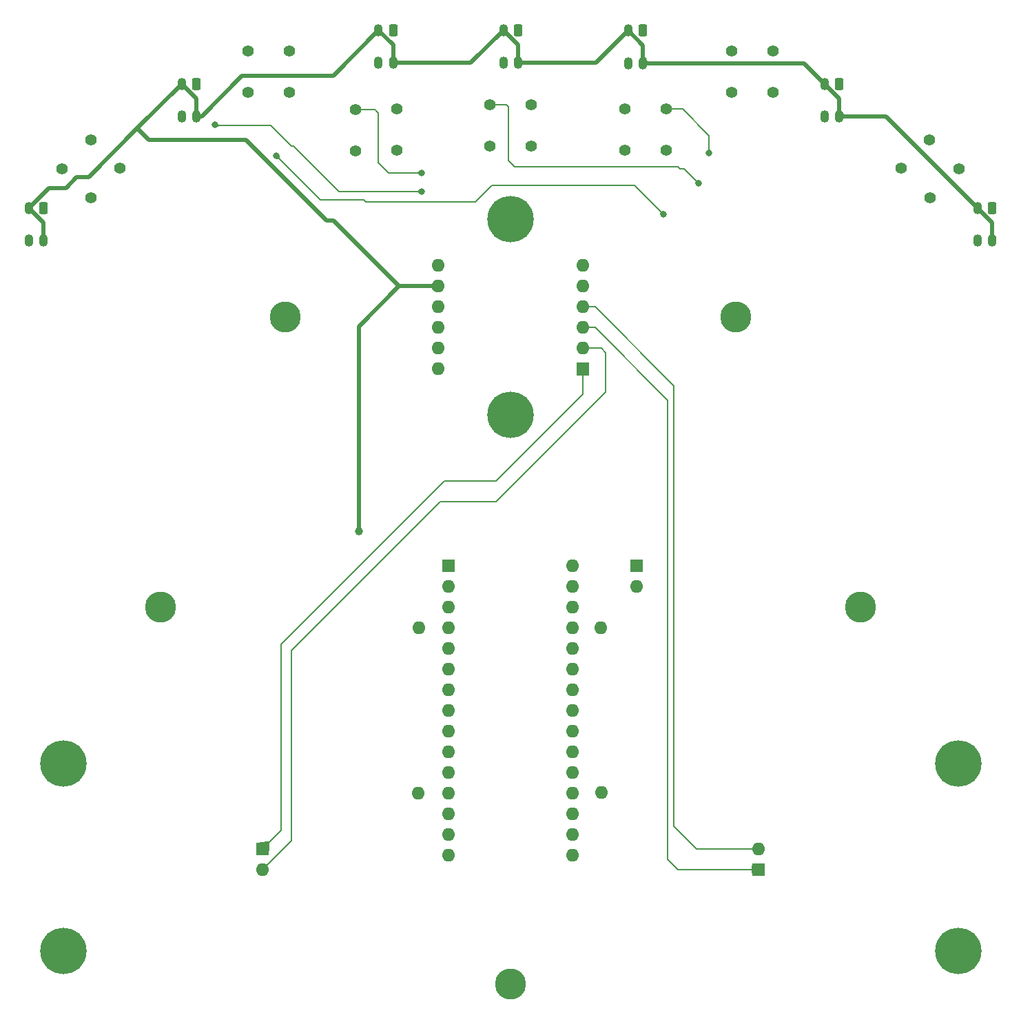
<source format=gbr>
%TF.GenerationSoftware,KiCad,Pcbnew,9.0.7*%
%TF.CreationDate,2026-02-10T22:33:51+01:00*%
%TF.ProjectId,LinefollowerMK1,4c696e65-666f-46c6-9c6f-7765724d4b31,rev?*%
%TF.SameCoordinates,Original*%
%TF.FileFunction,Copper,L2,Bot*%
%TF.FilePolarity,Positive*%
%FSLAX46Y46*%
G04 Gerber Fmt 4.6, Leading zero omitted, Abs format (unit mm)*
G04 Created by KiCad (PCBNEW 9.0.7) date 2026-02-10 22:33:51*
%MOMM*%
%LPD*%
G01*
G04 APERTURE LIST*
G04 Aperture macros list*
%AMRoundRect*
0 Rectangle with rounded corners*
0 $1 Rounding radius*
0 $2 $3 $4 $5 $6 $7 $8 $9 X,Y pos of 4 corners*
0 Add a 4 corners polygon primitive as box body*
4,1,4,$2,$3,$4,$5,$6,$7,$8,$9,$2,$3,0*
0 Add four circle primitives for the rounded corners*
1,1,$1+$1,$2,$3*
1,1,$1+$1,$4,$5*
1,1,$1+$1,$6,$7*
1,1,$1+$1,$8,$9*
0 Add four rect primitives between the rounded corners*
20,1,$1+$1,$2,$3,$4,$5,0*
20,1,$1+$1,$4,$5,$6,$7,0*
20,1,$1+$1,$6,$7,$8,$9,0*
20,1,$1+$1,$8,$9,$2,$3,0*%
G04 Aperture macros list end*
%TA.AperFunction,ComponentPad*%
%ADD10O,1.600000X1.600000*%
%TD*%
%TA.AperFunction,ComponentPad*%
%ADD11C,1.400000*%
%TD*%
%TA.AperFunction,ComponentPad*%
%ADD12C,3.800000*%
%TD*%
%TA.AperFunction,ComponentPad*%
%ADD13C,5.700000*%
%TD*%
%TA.AperFunction,ComponentPad*%
%ADD14R,1.600000X1.600000*%
%TD*%
%TA.AperFunction,ComponentPad*%
%ADD15RoundRect,0.275000X0.275000X0.475000X-0.275000X0.475000X-0.275000X-0.475000X0.275000X-0.475000X0*%
%TD*%
%TA.AperFunction,ComponentPad*%
%ADD16O,1.100000X1.500000*%
%TD*%
%TA.AperFunction,ViaPad*%
%ADD17C,1.000000*%
%TD*%
%TA.AperFunction,ViaPad*%
%ADD18C,0.800000*%
%TD*%
%TA.AperFunction,Conductor*%
%ADD19C,0.500000*%
%TD*%
%TA.AperFunction,Conductor*%
%ADD20C,0.200000*%
%TD*%
G04 APERTURE END LIST*
D10*
%TO.P,,4,GND*%
%TO.N,GND*%
X166522400Y-104902000D03*
%TD*%
%TO.P,,12,D9*%
%TO.N,unconnected-(A1-D9-Pad12)*%
X166420800Y-125222000D03*
%TD*%
D11*
%TO.P,R6,1*%
%TO.N,+5V*%
X158749999Y-46355000D03*
%TO.P,R6,2*%
%TO.N,/Analog5*%
X158749999Y-41275001D03*
%TD*%
D12*
%TO.P,,1*%
%TO.N,N/C*%
X134772400Y-102387400D03*
%TD*%
D13*
%TO.P,,1*%
%TO.N,N/C*%
X177800000Y-78740000D03*
%TD*%
D11*
%TO.P,R5,1*%
%TO.N,+5V*%
X163829999Y-46227999D03*
%TO.P,R5,2*%
%TO.N,Net-(U3-A)*%
X163829999Y-41148000D03*
%TD*%
D14*
%TO.P,REF\u002A\u002A,1*%
%TO.N,Net-(J2-Pin_1)*%
X147319999Y-132080000D03*
D10*
%TO.P,REF\u002A\u002A,2*%
%TO.N,Net-(J2-Pin_2)*%
X147319999Y-134620000D03*
%TD*%
D12*
%TO.P,,1*%
%TO.N,N/C*%
X177800000Y-148717000D03*
%TD*%
D10*
%TO.P,,27,+5V*%
%TO.N,+5V*%
X188925200Y-104902000D03*
%TD*%
D11*
%TO.P,R9,1*%
%TO.N,+5V*%
X191846199Y-46291499D03*
%TO.P,R9,2*%
%TO.N,Net-(U5-A)*%
X191846199Y-41211500D03*
%TD*%
D13*
%TO.P,,1*%
%TO.N,N/C*%
X122809000Y-144602200D03*
%TD*%
D11*
%TO.P,R4,1*%
%TO.N,+5V*%
X150621998Y-39116000D03*
%TO.P,R4,2*%
%TO.N,/Analog6*%
X145541999Y-39116000D03*
%TD*%
%TO.P,R3,1*%
%TO.N,+5V*%
X150621998Y-34036000D03*
%TO.P,R3,2*%
%TO.N,Net-(U2-A)*%
X145541999Y-34036000D03*
%TD*%
D10*
%TO.P,,19,A0*%
%TO.N,unconnected-(A1-A0-Pad19)*%
X188950600Y-125145800D03*
%TD*%
D12*
%TO.P,,1*%
%TO.N,N/C*%
X150088600Y-66725800D03*
%TD*%
D13*
%TO.P,,1*%
%TO.N,N/C*%
X177800000Y-54686200D03*
%TD*%
%TO.P,,1*%
%TO.N,N/C*%
X232816400Y-144602200D03*
%TD*%
%TO.P,,1*%
%TO.N,N/C*%
X232816400Y-121615200D03*
%TD*%
D12*
%TO.P,,1*%
%TO.N,N/C*%
X205511400Y-66751200D03*
%TD*%
D11*
%TO.P,R2,1*%
%TO.N,+5V*%
X129830101Y-48477898D03*
%TO.P,R2,2*%
%TO.N,/Analog7*%
X126237999Y-52070000D03*
%TD*%
%TO.P,R13,1*%
%TO.N,+5V*%
X229311199Y-44958000D03*
%TO.P,R13,2*%
%TO.N,Net-(U7-A)*%
X232903301Y-48550102D03*
%TD*%
%TO.P,R11,1*%
%TO.N,+5V*%
X204977999Y-34036000D03*
%TO.P,R11,2*%
%TO.N,Net-(U6-A)*%
X210057999Y-34036000D03*
%TD*%
D14*
%TO.P,REF\u002A\u002A,1*%
%TO.N,+9V*%
X193293999Y-97282000D03*
D10*
%TO.P,REF\u002A\u002A,2*%
%TO.N,Earth*%
X193293999Y-99822000D03*
%TD*%
D14*
%TO.P,A1,1,D1/TX*%
%TO.N,unconnected-(A1-D1{slash}TX-Pad1)*%
X170190000Y-97282000D03*
D10*
%TO.P,A1,2,D0/RX*%
%TO.N,unconnected-(A1-D0{slash}RX-Pad2)*%
X170190000Y-99822000D03*
%TO.P,A1,3,~{RESET}*%
%TO.N,unconnected-(A1-~{RESET}-Pad3)*%
X170190000Y-102362000D03*
%TO.P,A1,4,GND*%
%TO.N,GND*%
X170190000Y-104902000D03*
%TO.P,A1,5,D2*%
%TO.N,unconnected-(A1-D2-Pad5)*%
X170190000Y-107442000D03*
%TO.P,A1,6,D3*%
%TO.N,unconnected-(A1-D3-Pad6)*%
X170190000Y-109982000D03*
%TO.P,A1,7,D4*%
%TO.N,unconnected-(A1-D4-Pad7)*%
X170190000Y-112522000D03*
%TO.P,A1,8,D5*%
%TO.N,unconnected-(A1-D5-Pad8)*%
X170190000Y-115062000D03*
%TO.P,A1,9,D6*%
%TO.N,Net-(A1-D6)*%
X170190000Y-117602000D03*
%TO.P,A1,10,D7*%
%TO.N,Net-(A1-D7)*%
X170190000Y-120142000D03*
%TO.P,A1,11,D8*%
%TO.N,unconnected-(A1-D8-Pad11)*%
X170190000Y-122682000D03*
%TO.P,A1,12,D9*%
%TO.N,unconnected-(A1-D9-Pad12)*%
X170190000Y-125222000D03*
%TO.P,A1,13,D10*%
%TO.N,Net-(A1-D10)*%
X170190000Y-127762000D03*
%TO.P,A1,14,D11*%
%TO.N,Net-(A1-D11)*%
X170190000Y-130302000D03*
%TO.P,A1,15,D12*%
%TO.N,unconnected-(A1-D12-Pad15)*%
X170190000Y-132842000D03*
%TO.P,A1,16,D13*%
%TO.N,unconnected-(A1-D13-Pad16)*%
X185430000Y-132842000D03*
%TO.P,A1,17,3V3*%
%TO.N,unconnected-(A1-3V3-Pad17)*%
X185430000Y-130302000D03*
%TO.P,A1,18,AREF*%
%TO.N,unconnected-(A1-AREF-Pad18)*%
X185430000Y-127762000D03*
%TO.P,A1,19,A0*%
%TO.N,unconnected-(A1-A0-Pad19)*%
X185430000Y-125222000D03*
%TO.P,A1,20,A1*%
%TO.N,/Analog1*%
X185430000Y-122682000D03*
%TO.P,A1,21,A2*%
%TO.N,/Analog2*%
X185430000Y-120142000D03*
%TO.P,A1,22,A3*%
%TO.N,/Analog3*%
X185430000Y-117602000D03*
%TO.P,A1,23,A4*%
%TO.N,/Analog4*%
X185430000Y-115062000D03*
%TO.P,A1,24,A5*%
%TO.N,/Analog5*%
X185430000Y-112522000D03*
%TO.P,A1,25,A6*%
%TO.N,/Analog6*%
X185430000Y-109982000D03*
%TO.P,A1,26,A7*%
%TO.N,/Analog7*%
X185430000Y-107442000D03*
%TO.P,A1,27,+5V*%
%TO.N,+5V*%
X185430000Y-104902000D03*
%TO.P,A1,28,~{RESET}*%
%TO.N,unconnected-(A1-~{RESET}-Pad28)*%
X185430000Y-102362000D03*
%TO.P,A1,29,GND*%
%TO.N,Earth*%
X185430000Y-99822000D03*
%TO.P,A1,30,VIN*%
%TO.N,+9V*%
X185430000Y-97282000D03*
%TD*%
D11*
%TO.P,R12,1*%
%TO.N,+5V*%
X204977999Y-39116000D03*
%TO.P,R12,2*%
%TO.N,/Analog2*%
X210057999Y-39116000D03*
%TD*%
%TO.P,R1,1*%
%TO.N,+5V*%
X126274101Y-44958000D03*
%TO.P,R1,2*%
%TO.N,Net-(U1-A)*%
X122681999Y-48550102D03*
%TD*%
D14*
%TO.P,J2,1,Pin_1*%
%TO.N,Net-(J2-Pin_1)*%
X186690000Y-73126600D03*
D10*
%TO.P,J2,2,Pin_2*%
%TO.N,Net-(J2-Pin_2)*%
X186690000Y-70586600D03*
%TO.P,J2,3,Pin_3*%
%TO.N,Net-(J2-Pin_3)*%
X186690000Y-68046600D03*
%TO.P,J2,4,Pin_4*%
%TO.N,Net-(J2-Pin_4)*%
X186690000Y-65506600D03*
%TO.P,J2,5,Pin_5*%
%TO.N,Earth*%
X186690000Y-62966600D03*
%TO.P,J2,6,Pin_6*%
%TO.N,+9V*%
X186690000Y-60426600D03*
%TO.P,J2,7,Pin_7*%
%TO.N,Net-(A1-D10)*%
X168910000Y-73126600D03*
%TO.P,J2,8,Pin_8*%
%TO.N,Net-(A1-D11)*%
X168910000Y-70586600D03*
%TO.P,J2,9,Pin_9*%
%TO.N,Net-(A1-D6)*%
X168910000Y-68046600D03*
%TO.P,J2,10,Pin_10*%
%TO.N,Net-(A1-D7)*%
X168910000Y-65506600D03*
%TO.P,J2,11,Pin_11*%
%TO.N,GND*%
X168910000Y-62966600D03*
%TO.P,J2,12,Pin_12*%
%TO.N,+5V*%
X168910000Y-60426600D03*
%TD*%
D13*
%TO.P,,1*%
%TO.N,N/C*%
X122809000Y-121615200D03*
%TD*%
D11*
%TO.P,R14,1*%
%TO.N,+5V*%
X225780599Y-48488600D03*
%TO.P,R14,2*%
%TO.N,/Analog1*%
X229372701Y-52080702D03*
%TD*%
D14*
%TO.P,REF\u002A\u002A,1*%
%TO.N,Net-(J2-Pin_3)*%
X208280000Y-134620000D03*
D10*
%TO.P,REF\u002A\u002A,2*%
%TO.N,Net-(J2-Pin_4)*%
X208280000Y-132080000D03*
%TD*%
D11*
%TO.P,R10,1*%
%TO.N,+5V*%
X196926199Y-46291499D03*
%TO.P,R10,2*%
%TO.N,/Analog3*%
X196926199Y-41211500D03*
%TD*%
%TO.P,R8,1*%
%TO.N,+5V*%
X175259999Y-45720000D03*
%TO.P,R8,2*%
%TO.N,/Analog4*%
X175259999Y-40640001D03*
%TD*%
%TO.P,R7,1*%
%TO.N,+5V*%
X180339999Y-45719999D03*
%TO.P,R7,2*%
%TO.N,Net-(U4-A)*%
X180339999Y-40640000D03*
%TD*%
D12*
%TO.P,,1*%
%TO.N,N/C*%
X220827600Y-102387400D03*
%TD*%
D15*
%TO.P,U5,1,A*%
%TO.N,Net-(U5-A)*%
X194077999Y-31546800D03*
D16*
%TO.P,U5,2,K*%
%TO.N,GND*%
X194077999Y-35546800D03*
%TO.P,U5,3*%
%TO.N,/Analog3*%
X192277999Y-35546800D03*
%TO.P,U5,4*%
%TO.N,GND*%
X192277999Y-31546800D03*
%TD*%
D15*
%TO.P,U3,1,A*%
%TO.N,Net-(U3-A)*%
X163360000Y-31528000D03*
D16*
%TO.P,U3,2,K*%
%TO.N,GND*%
X163360000Y-35528000D03*
%TO.P,U3,3*%
%TO.N,/Analog5*%
X161560000Y-35528000D03*
%TO.P,U3,4*%
%TO.N,GND*%
X161560000Y-31528000D03*
%TD*%
D15*
%TO.P,U2,1,A*%
%TO.N,Net-(U2-A)*%
X139191999Y-38100000D03*
D16*
%TO.P,U2,2,K*%
%TO.N,GND*%
X139191999Y-42100000D03*
%TO.P,U2,3*%
%TO.N,/Analog6*%
X137391999Y-42100000D03*
%TO.P,U2,4*%
%TO.N,GND*%
X137391999Y-38100000D03*
%TD*%
D15*
%TO.P,U6,1,A*%
%TO.N,Net-(U6-A)*%
X218207999Y-38100000D03*
D16*
%TO.P,U6,2,K*%
%TO.N,GND*%
X218207999Y-42100000D03*
%TO.P,U6,3*%
%TO.N,/Analog2*%
X216407999Y-42100000D03*
%TO.P,U6,4*%
%TO.N,GND*%
X216407999Y-38100000D03*
%TD*%
D15*
%TO.P,U1,1,A*%
%TO.N,Net-(U1-A)*%
X120395999Y-53365400D03*
D16*
%TO.P,U1,2,K*%
%TO.N,GND*%
X120395999Y-57365400D03*
%TO.P,U1,3*%
%TO.N,/Analog7*%
X118595999Y-57365400D03*
%TO.P,U1,4*%
%TO.N,GND*%
X118595999Y-53365400D03*
%TD*%
D15*
%TO.P,U7,1,A*%
%TO.N,Net-(U7-A)*%
X237007399Y-53365400D03*
D16*
%TO.P,U7,2,K*%
%TO.N,GND*%
X237007399Y-57365400D03*
%TO.P,U7,3*%
%TO.N,/Analog1*%
X235207399Y-57365400D03*
%TO.P,U7,4*%
%TO.N,GND*%
X235207399Y-53365400D03*
%TD*%
D15*
%TO.P,U4,1,A*%
%TO.N,Net-(U4-A)*%
X178710999Y-31528000D03*
D16*
%TO.P,U4,2,K*%
%TO.N,GND*%
X178710999Y-35528000D03*
%TO.P,U4,3*%
%TO.N,/Analog4*%
X176910999Y-35528000D03*
%TO.P,U4,4*%
%TO.N,GND*%
X176910999Y-31528000D03*
%TD*%
D17*
%TO.N,GND*%
X159181800Y-93116400D03*
D18*
%TO.N,/Analog5*%
X166877999Y-49022000D03*
%TO.N,/Analog7*%
X196595999Y-54102000D03*
X149047199Y-46939201D03*
%TO.N,/Analog6*%
X166877999Y-51308000D03*
X141477999Y-43151000D03*
%TO.N,/Analog3*%
X202183999Y-46609000D03*
%TO.N,/Analog4*%
X200913999Y-50292000D03*
%TD*%
D19*
%TO.N,GND*%
X194077999Y-35546800D02*
X194077999Y-33346800D01*
X213854799Y-35546800D02*
X216407999Y-38100000D01*
X178710999Y-35528000D02*
X188296799Y-35528000D01*
X139191999Y-42100000D02*
X139191999Y-39900000D01*
X133349999Y-44958000D02*
X131941999Y-43550000D01*
X156004000Y-37084000D02*
X145643600Y-37084000D01*
X131941999Y-43550000D02*
X125940897Y-49551102D01*
X159181800Y-67894199D02*
X164109399Y-62966600D01*
X163360000Y-35528000D02*
X163360000Y-33328000D01*
X145643600Y-37084000D02*
X144856200Y-37084000D01*
X194077999Y-35546800D02*
X213854799Y-35546800D01*
X194077999Y-33346800D02*
X192277999Y-31546800D01*
X237007399Y-57365400D02*
X237007399Y-55165400D01*
X139191999Y-39900000D02*
X137391999Y-38100000D01*
X125940897Y-49551102D02*
X124489698Y-49551102D01*
X163360000Y-33328000D02*
X161560000Y-31528000D01*
X172910999Y-35528000D02*
X176910999Y-31528000D01*
X218207999Y-42100000D02*
X223941999Y-42100000D01*
X120395999Y-55165400D02*
X118595999Y-53365400D01*
X139840200Y-42100000D02*
X139191999Y-42100000D01*
X137391999Y-38100000D02*
X131941999Y-43550000D01*
X223941999Y-42100000D02*
X235207399Y-53365400D01*
X178710999Y-33328000D02*
X176910999Y-31528000D01*
X237007399Y-55165400D02*
X235207399Y-53365400D01*
X218207999Y-39900000D02*
X216407999Y-38100000D01*
X156004000Y-54861201D02*
X155191201Y-54861201D01*
X145288000Y-44958000D02*
X133349999Y-44958000D01*
X164109399Y-62966600D02*
X168910000Y-62966600D01*
X120395999Y-57365400D02*
X120395999Y-55165400D01*
X124489698Y-49551102D02*
X123164600Y-50876200D01*
X159181800Y-93116400D02*
X159181800Y-67894199D01*
X161560000Y-31528000D02*
X156004000Y-37084000D01*
X163360000Y-35528000D02*
X172910999Y-35528000D01*
X121085199Y-50876200D02*
X118595999Y-53365400D01*
X188296799Y-35528000D02*
X192277999Y-31546800D01*
X218207999Y-42100000D02*
X218207999Y-39900000D01*
X144729200Y-37211000D02*
X139840200Y-42100000D01*
X164109399Y-62966600D02*
X156004000Y-54861201D01*
X178710999Y-35528000D02*
X178710999Y-33328000D01*
X144856200Y-37084000D02*
X144729200Y-37211000D01*
X155191201Y-54861201D02*
X145288000Y-44958000D01*
X123164600Y-50876200D02*
X121085199Y-50876200D01*
D20*
%TO.N,/Analog5*%
X158749999Y-41275001D02*
X161163000Y-41275001D01*
X162813999Y-49022000D02*
X166877999Y-49022000D01*
X161543999Y-47752000D02*
X162813999Y-49022000D01*
X161163000Y-41275001D02*
X161289999Y-41402000D01*
X161543999Y-41656000D02*
X161543999Y-47752000D01*
X161289999Y-41402000D02*
X161543999Y-41656000D01*
%TO.N,/Analog7*%
X173482000Y-52578000D02*
X175514000Y-50546000D01*
X159765999Y-52324000D02*
X160019999Y-52578000D01*
X175514000Y-50546000D02*
X193039999Y-50546000D01*
X193039999Y-50546000D02*
X196595999Y-54102000D01*
X160019999Y-52578000D02*
X173482000Y-52578000D01*
X149047199Y-46939201D02*
X154431999Y-52324000D01*
X154431999Y-52324000D02*
X159765999Y-52324000D01*
%TO.N,/Analog6*%
X150875999Y-45720000D02*
X148335999Y-43180000D01*
X151129999Y-45720000D02*
X150875999Y-45720000D01*
X156717999Y-51308000D02*
X151129999Y-45720000D01*
X148335999Y-43180000D02*
X141477999Y-43180000D01*
X156717999Y-51308000D02*
X166877999Y-51308000D01*
%TO.N,/Analog3*%
X202183999Y-46609000D02*
X202183999Y-44450000D01*
X202183999Y-44450000D02*
X198945499Y-41211500D01*
X198945499Y-41211500D02*
X196926199Y-41211500D01*
%TO.N,/Analog4*%
X199135999Y-48514000D02*
X200913999Y-50292000D01*
X178307999Y-48260000D02*
X198373999Y-48260000D01*
X175259999Y-40640001D02*
X177292000Y-40640001D01*
X198627999Y-48514000D02*
X199135999Y-48514000D01*
X177292000Y-40640001D02*
X177545999Y-40894000D01*
X177545999Y-40894000D02*
X177545999Y-47498000D01*
X198373999Y-48260000D02*
X198627999Y-48514000D01*
X177545999Y-47498000D02*
X178307999Y-48260000D01*
%TO.N,Net-(J2-Pin_3)*%
X197104000Y-133350000D02*
X198374000Y-134620000D01*
X186690000Y-68046600D02*
X188188600Y-68046600D01*
X197104000Y-76962000D02*
X197104000Y-133350000D01*
X188188600Y-68046600D02*
X197104000Y-76962000D01*
X198374000Y-134620000D02*
X208280000Y-134620000D01*
%TO.N,Net-(J2-Pin_1)*%
X186690000Y-73126600D02*
X186690000Y-76199999D01*
X169671999Y-86868000D02*
X149606000Y-106933999D01*
X149606000Y-129793999D02*
X147319999Y-132080000D01*
X149606000Y-106933999D02*
X149606000Y-129793999D01*
X176021999Y-86868000D02*
X169671999Y-86868000D01*
X186690000Y-76199999D02*
X176021999Y-86868000D01*
%TO.N,Net-(J2-Pin_4)*%
X200660000Y-132080000D02*
X208280000Y-132080000D01*
X197866000Y-75184000D02*
X197866000Y-129286000D01*
X197866000Y-129286000D02*
X200660000Y-132080000D01*
X186690000Y-65506600D02*
X188188600Y-65506600D01*
X188188600Y-65506600D02*
X197866000Y-75184000D01*
%TO.N,Net-(J2-Pin_2)*%
X176021999Y-89408000D02*
X169163999Y-89408000D01*
X169163999Y-89408000D02*
X150875999Y-107696000D01*
X189483999Y-71120000D02*
X189483999Y-75946000D01*
X186690000Y-70586600D02*
X188950599Y-70586600D01*
X150875999Y-131064000D02*
X147319999Y-134620000D01*
X189483999Y-75946000D02*
X176021999Y-89408000D01*
X188950599Y-70586600D02*
X189483999Y-71120000D01*
X150875999Y-107696000D02*
X150875999Y-131064000D01*
%TD*%
%TA.AperFunction,Conductor*%
%TO.N,GND*%
G36*
X194330862Y-34800795D02*
G01*
X194331503Y-34801490D01*
X194528667Y-35033425D01*
X194531415Y-35041948D01*
X194528438Y-35048843D01*
X194086684Y-35538179D01*
X194078596Y-35542024D01*
X194070159Y-35539024D01*
X194069314Y-35538179D01*
X193627559Y-35048843D01*
X193624559Y-35040406D01*
X193627329Y-35033427D01*
X193824495Y-34801490D01*
X193832464Y-34797406D01*
X193833409Y-34797368D01*
X194322589Y-34797368D01*
X194330862Y-34800795D01*
G37*
%TD.AperFunction*%
%TD*%
%TA.AperFunction,Conductor*%
%TO.N,GND*%
G36*
X179254290Y-35231965D02*
G01*
X179255131Y-35233795D01*
X179270311Y-35276083D01*
X179270999Y-35280036D01*
X179270999Y-35775963D01*
X179270311Y-35779916D01*
X179255131Y-35822204D01*
X179249111Y-35828833D01*
X179240166Y-35829263D01*
X179238336Y-35828422D01*
X178727886Y-35538171D01*
X178722388Y-35531102D01*
X178723498Y-35522217D01*
X178727886Y-35517829D01*
X179238337Y-35227576D01*
X179247221Y-35226467D01*
X179254290Y-35231965D01*
G37*
%TD.AperFunction*%
%TD*%
%TA.AperFunction,Conductor*%
%TO.N,GND*%
G36*
X139444862Y-41353995D02*
G01*
X139445503Y-41354690D01*
X139642667Y-41586625D01*
X139645415Y-41595148D01*
X139642438Y-41602043D01*
X139200684Y-42091379D01*
X139192596Y-42095224D01*
X139184159Y-42092224D01*
X139183314Y-42091379D01*
X138741559Y-41602043D01*
X138738559Y-41593606D01*
X138741329Y-41586627D01*
X138938495Y-41354690D01*
X138946464Y-41350606D01*
X138947409Y-41350568D01*
X139436589Y-41350568D01*
X139444862Y-41353995D01*
G37*
%TD.AperFunction*%
%TD*%
%TA.AperFunction,Conductor*%
%TO.N,GND*%
G36*
X163612863Y-34781995D02*
G01*
X163613504Y-34782690D01*
X163810668Y-35014625D01*
X163813416Y-35023148D01*
X163810439Y-35030043D01*
X163368685Y-35519379D01*
X163360597Y-35523224D01*
X163352160Y-35520224D01*
X163351315Y-35519379D01*
X162909560Y-35030043D01*
X162906560Y-35021606D01*
X162909330Y-35014627D01*
X163106496Y-34782690D01*
X163114465Y-34778606D01*
X163115410Y-34778568D01*
X163604590Y-34778568D01*
X163612863Y-34781995D01*
G37*
%TD.AperFunction*%
%TD*%
%TA.AperFunction,Conductor*%
%TO.N,GND*%
G36*
X194621290Y-35250765D02*
G01*
X194622131Y-35252595D01*
X194637311Y-35294883D01*
X194637999Y-35298836D01*
X194637999Y-35794763D01*
X194637311Y-35798716D01*
X194622131Y-35841004D01*
X194616111Y-35847633D01*
X194607166Y-35848063D01*
X194605336Y-35847222D01*
X194094886Y-35556971D01*
X194089388Y-35549902D01*
X194090498Y-35541017D01*
X194094886Y-35536629D01*
X194605337Y-35246376D01*
X194614221Y-35245267D01*
X194621290Y-35250765D01*
G37*
%TD.AperFunction*%
%TD*%
%TA.AperFunction,Conductor*%
%TO.N,GND*%
G36*
X237260262Y-56619395D02*
G01*
X237260903Y-56620090D01*
X237458067Y-56852025D01*
X237460815Y-56860548D01*
X237457838Y-56867443D01*
X237016084Y-57356779D01*
X237007996Y-57360624D01*
X236999559Y-57357624D01*
X236998714Y-57356779D01*
X236556959Y-56867443D01*
X236553959Y-56859006D01*
X236556729Y-56852027D01*
X236753895Y-56620090D01*
X236761864Y-56616006D01*
X236762809Y-56615968D01*
X237251989Y-56615968D01*
X237260262Y-56619395D01*
G37*
%TD.AperFunction*%
%TD*%
%TA.AperFunction,Conductor*%
%TO.N,GND*%
G36*
X218751290Y-41803965D02*
G01*
X218752131Y-41805795D01*
X218767311Y-41848083D01*
X218767999Y-41852036D01*
X218767999Y-42347963D01*
X218767311Y-42351916D01*
X218752131Y-42394204D01*
X218746111Y-42400833D01*
X218737166Y-42401263D01*
X218735336Y-42400422D01*
X218224886Y-42110171D01*
X218219388Y-42103102D01*
X218220498Y-42094217D01*
X218224886Y-42089829D01*
X218735337Y-41799576D01*
X218744221Y-41798467D01*
X218751290Y-41803965D01*
G37*
%TD.AperFunction*%
%TD*%
%TA.AperFunction,Conductor*%
%TO.N,GND*%
G36*
X139735290Y-41803965D02*
G01*
X139736131Y-41805795D01*
X139751311Y-41848083D01*
X139751999Y-41852036D01*
X139751999Y-42347963D01*
X139751311Y-42351916D01*
X139736131Y-42394204D01*
X139730111Y-42400833D01*
X139721166Y-42401263D01*
X139719336Y-42400422D01*
X139208886Y-42110171D01*
X139203388Y-42103102D01*
X139204498Y-42094217D01*
X139208886Y-42089829D01*
X139719337Y-41799576D01*
X139728221Y-41798467D01*
X139735290Y-41803965D01*
G37*
%TD.AperFunction*%
%TD*%
%TA.AperFunction,Conductor*%
%TO.N,GND*%
G36*
X168254555Y-62528636D02*
G01*
X168531870Y-62713654D01*
X168896411Y-62956867D01*
X168901392Y-62964309D01*
X168899651Y-62973093D01*
X168896411Y-62976333D01*
X168254566Y-63404556D01*
X168245782Y-63406297D01*
X168238340Y-63401316D01*
X168238334Y-63401307D01*
X168117333Y-63219545D01*
X168115372Y-63213061D01*
X168115372Y-62720138D01*
X168117333Y-62713654D01*
X168238335Y-62531891D01*
X168245771Y-62526905D01*
X168254555Y-62528636D01*
G37*
%TD.AperFunction*%
%TD*%
%TA.AperFunction,Conductor*%
%TO.N,GND*%
G36*
X120648862Y-56619395D02*
G01*
X120649503Y-56620090D01*
X120846667Y-56852025D01*
X120849415Y-56860548D01*
X120846438Y-56867443D01*
X120404684Y-57356779D01*
X120396596Y-57360624D01*
X120388159Y-57357624D01*
X120387314Y-57356779D01*
X119945559Y-56867443D01*
X119942559Y-56859006D01*
X119945329Y-56852027D01*
X120142495Y-56620090D01*
X120150464Y-56616006D01*
X120151409Y-56615968D01*
X120640589Y-56615968D01*
X120648862Y-56619395D01*
G37*
%TD.AperFunction*%
%TD*%
%TA.AperFunction,Conductor*%
%TO.N,GND*%
G36*
X159434197Y-92619434D02*
G01*
X159435309Y-92620720D01*
X159590195Y-92828756D01*
X159592387Y-92837438D01*
X159587797Y-92845128D01*
X159587326Y-92845460D01*
X159188316Y-93113030D01*
X159179537Y-93114792D01*
X159175284Y-93113030D01*
X158776273Y-92845460D01*
X158771310Y-92838007D01*
X158773072Y-92829227D01*
X158773383Y-92828785D01*
X158928291Y-92620719D01*
X158935981Y-92616130D01*
X158937676Y-92616007D01*
X159425924Y-92616007D01*
X159434197Y-92619434D01*
G37*
%TD.AperFunction*%
%TD*%
%TA.AperFunction,Conductor*%
%TO.N,GND*%
G36*
X163903291Y-35231965D02*
G01*
X163904132Y-35233795D01*
X163919312Y-35276083D01*
X163920000Y-35280036D01*
X163920000Y-35775963D01*
X163919312Y-35779916D01*
X163904132Y-35822204D01*
X163898112Y-35828833D01*
X163889167Y-35829263D01*
X163887337Y-35828422D01*
X163376887Y-35538171D01*
X163371389Y-35531102D01*
X163372499Y-35522217D01*
X163376887Y-35517829D01*
X163887338Y-35227576D01*
X163896222Y-35226467D01*
X163903291Y-35231965D01*
G37*
%TD.AperFunction*%
%TD*%
%TA.AperFunction,Conductor*%
%TO.N,GND*%
G36*
X218460862Y-41353995D02*
G01*
X218461503Y-41354690D01*
X218658667Y-41586625D01*
X218661415Y-41595148D01*
X218658438Y-41602043D01*
X218216684Y-42091379D01*
X218208596Y-42095224D01*
X218200159Y-42092224D01*
X218199314Y-42091379D01*
X217757559Y-41602043D01*
X217754559Y-41593606D01*
X217757329Y-41586627D01*
X217954495Y-41354690D01*
X217962464Y-41350606D01*
X217963409Y-41350568D01*
X218452589Y-41350568D01*
X218460862Y-41353995D01*
G37*
%TD.AperFunction*%
%TD*%
%TA.AperFunction,Conductor*%
%TO.N,GND*%
G36*
X178963862Y-34781995D02*
G01*
X178964503Y-34782690D01*
X179161667Y-35014625D01*
X179164415Y-35023148D01*
X179161438Y-35030043D01*
X178719684Y-35519379D01*
X178711596Y-35523224D01*
X178703159Y-35520224D01*
X178702314Y-35519379D01*
X178260559Y-35030043D01*
X178257559Y-35021606D01*
X178260329Y-35014627D01*
X178457495Y-34782690D01*
X178465464Y-34778606D01*
X178466409Y-34778568D01*
X178955589Y-34778568D01*
X178963862Y-34781995D01*
G37*
%TD.AperFunction*%
%TD*%
%TA.AperFunction,Conductor*%
%TO.N,/Analog5*%
G36*
X159434641Y-41142311D02*
G01*
X159439424Y-41148950D01*
X159446135Y-41173487D01*
X159446549Y-41176574D01*
X159446549Y-41373427D01*
X159446135Y-41376514D01*
X159439424Y-41401051D01*
X159433935Y-41408127D01*
X159425859Y-41409440D01*
X158929728Y-41310897D01*
X158806775Y-41286476D01*
X158799329Y-41281504D01*
X158797579Y-41272722D01*
X158802552Y-41265275D01*
X158806775Y-41263525D01*
X159425859Y-41140561D01*
X159434641Y-41142311D01*
G37*
%TD.AperFunction*%
%TD*%
%TA.AperFunction,Conductor*%
%TO.N,/Analog5*%
G36*
X166555157Y-48806298D02*
G01*
X166555847Y-48806724D01*
X166864382Y-49012263D01*
X166869367Y-49019702D01*
X166867632Y-49028487D01*
X166864382Y-49031737D01*
X166555847Y-49237275D01*
X166547062Y-49239010D01*
X166539623Y-49234025D01*
X166539197Y-49233335D01*
X166477222Y-49124694D01*
X166475685Y-49118897D01*
X166475685Y-48925102D01*
X166477222Y-48919305D01*
X166539198Y-48810663D01*
X166546273Y-48805176D01*
X166555157Y-48806298D01*
G37*
%TD.AperFunction*%
%TD*%
%TA.AperFunction,Conductor*%
%TO.N,/Analog7*%
G36*
X196514751Y-53714116D02*
G01*
X196520239Y-53721192D01*
X196520426Y-53721981D01*
X196593255Y-54085486D01*
X196591520Y-54094271D01*
X196584081Y-54099256D01*
X196579485Y-54099256D01*
X196215980Y-54026427D01*
X196208541Y-54021442D01*
X196206806Y-54012657D01*
X196206993Y-54011868D01*
X196239992Y-53891220D01*
X196243001Y-53886039D01*
X196380038Y-53749002D01*
X196385219Y-53745993D01*
X196505868Y-53712994D01*
X196514751Y-53714116D01*
G37*
%TD.AperFunction*%
%TD*%
%TA.AperFunction,Conductor*%
%TO.N,/Analog7*%
G36*
X149427217Y-47014773D02*
G01*
X149434656Y-47019758D01*
X149436391Y-47028543D01*
X149436204Y-47029332D01*
X149403206Y-47149977D01*
X149400194Y-47155163D01*
X149263161Y-47292196D01*
X149257975Y-47295208D01*
X149137330Y-47328206D01*
X149128446Y-47327084D01*
X149122958Y-47320008D01*
X149122771Y-47319219D01*
X149117960Y-47295208D01*
X149049942Y-46955713D01*
X149051677Y-46946929D01*
X149059116Y-46941944D01*
X149063712Y-46941944D01*
X149427217Y-47014773D01*
G37*
%TD.AperFunction*%
%TD*%
%TA.AperFunction,Conductor*%
%TO.N,/Analog6*%
G36*
X141815426Y-42939606D02*
G01*
X141816314Y-42941194D01*
X141879238Y-43077668D01*
X141880313Y-43082567D01*
X141880313Y-43276109D01*
X141877982Y-43283117D01*
X141817222Y-43364356D01*
X141809523Y-43368928D01*
X141801366Y-43367085D01*
X141491615Y-43160737D01*
X141486630Y-43153298D01*
X141488365Y-43144513D01*
X141491615Y-43141263D01*
X141579724Y-43082567D01*
X141799202Y-42936355D01*
X141807987Y-42934621D01*
X141815426Y-42939606D01*
G37*
%TD.AperFunction*%
%TD*%
%TA.AperFunction,Conductor*%
%TO.N,/Analog6*%
G36*
X166555157Y-51092298D02*
G01*
X166555847Y-51092724D01*
X166864382Y-51298263D01*
X166869367Y-51305702D01*
X166867632Y-51314487D01*
X166864382Y-51317737D01*
X166555847Y-51523275D01*
X166547062Y-51525010D01*
X166539623Y-51520025D01*
X166539197Y-51519335D01*
X166477222Y-51410694D01*
X166475685Y-51404897D01*
X166475685Y-51211102D01*
X166477222Y-51205305D01*
X166539198Y-51096663D01*
X166546273Y-51091176D01*
X166555157Y-51092298D01*
G37*
%TD.AperFunction*%
%TD*%
%TA.AperFunction,Conductor*%
%TO.N,/Analog3*%
G36*
X202286693Y-46208223D02*
G01*
X202395334Y-46270198D01*
X202400822Y-46277274D01*
X202399700Y-46286158D01*
X202399274Y-46286848D01*
X202193736Y-46595383D01*
X202186297Y-46600368D01*
X202177512Y-46598633D01*
X202174262Y-46595383D01*
X201968723Y-46286848D01*
X201966988Y-46278063D01*
X201971973Y-46270624D01*
X201972650Y-46270205D01*
X202081305Y-46208223D01*
X202087102Y-46206686D01*
X202280896Y-46206686D01*
X202286693Y-46208223D01*
G37*
%TD.AperFunction*%
%TD*%
%TA.AperFunction,Conductor*%
%TO.N,/Analog3*%
G36*
X197610841Y-41078810D02*
G01*
X197615624Y-41085449D01*
X197622335Y-41109986D01*
X197622749Y-41113073D01*
X197622749Y-41309926D01*
X197622335Y-41313013D01*
X197615624Y-41337550D01*
X197610135Y-41344626D01*
X197602059Y-41345939D01*
X197105928Y-41247396D01*
X196982975Y-41222975D01*
X196975529Y-41218003D01*
X196973779Y-41209221D01*
X196978752Y-41201774D01*
X196982975Y-41200024D01*
X197602059Y-41077060D01*
X197610841Y-41078810D01*
G37*
%TD.AperFunction*%
%TD*%
%TA.AperFunction,Conductor*%
%TO.N,/Analog4*%
G36*
X200832751Y-49904116D02*
G01*
X200838239Y-49911192D01*
X200838426Y-49911981D01*
X200911255Y-50275486D01*
X200909520Y-50284271D01*
X200902081Y-50289256D01*
X200897485Y-50289256D01*
X200533980Y-50216427D01*
X200526541Y-50211442D01*
X200524806Y-50202657D01*
X200524993Y-50201868D01*
X200557992Y-50081220D01*
X200561001Y-50076039D01*
X200698038Y-49939002D01*
X200703219Y-49935993D01*
X200823868Y-49902994D01*
X200832751Y-49904116D01*
G37*
%TD.AperFunction*%
%TD*%
%TA.AperFunction,Conductor*%
%TO.N,/Analog4*%
G36*
X175944641Y-40507311D02*
G01*
X175949424Y-40513950D01*
X175956135Y-40538487D01*
X175956549Y-40541574D01*
X175956549Y-40738427D01*
X175956135Y-40741514D01*
X175949424Y-40766051D01*
X175943935Y-40773127D01*
X175935859Y-40774440D01*
X175439728Y-40675897D01*
X175316775Y-40651476D01*
X175309329Y-40646504D01*
X175307579Y-40637722D01*
X175312552Y-40630275D01*
X175316775Y-40628525D01*
X175935859Y-40505561D01*
X175944641Y-40507311D01*
G37*
%TD.AperFunction*%
%TD*%
%TA.AperFunction,Conductor*%
%TO.N,Net-(J2-Pin_3)*%
G36*
X187471707Y-67894601D02*
G01*
X187476680Y-67902048D01*
X187476722Y-67902274D01*
X187484446Y-67945579D01*
X187484628Y-67947633D01*
X187484628Y-68145566D01*
X187484446Y-68147620D01*
X187476722Y-68190925D01*
X187471896Y-68198468D01*
X187463150Y-68200389D01*
X187462932Y-68200348D01*
X186746766Y-68058075D01*
X186739320Y-68053103D01*
X186737571Y-68044320D01*
X186742544Y-68036873D01*
X186746767Y-68035124D01*
X187462926Y-67892852D01*
X187471707Y-67894601D01*
G37*
%TD.AperFunction*%
%TD*%
%TA.AperFunction,Conductor*%
%TO.N,Net-(J2-Pin_3)*%
G36*
X207499571Y-133839547D02*
G01*
X208272711Y-134611722D01*
X208276143Y-134619993D01*
X208272721Y-134628268D01*
X208272711Y-134628278D01*
X207499571Y-135400452D01*
X207491296Y-135403874D01*
X207483025Y-135400442D01*
X207479604Y-135392343D01*
X207470001Y-134720070D01*
X207470000Y-134719903D01*
X207470000Y-134520097D01*
X207470001Y-134519930D01*
X207479604Y-133847655D01*
X207483149Y-133839435D01*
X207491470Y-133836126D01*
X207499571Y-133839547D01*
G37*
%TD.AperFunction*%
%TD*%
%TA.AperFunction,Conductor*%
%TO.N,Net-(J2-Pin_1)*%
G36*
X186698268Y-73133878D02*
G01*
X186698278Y-73133888D01*
X187470452Y-73907028D01*
X187473874Y-73915303D01*
X187470442Y-73923574D01*
X187462341Y-73926995D01*
X186790070Y-73936599D01*
X186789903Y-73936600D01*
X186590097Y-73936600D01*
X186589930Y-73936599D01*
X185917658Y-73926995D01*
X185909435Y-73923450D01*
X185906126Y-73915129D01*
X185909546Y-73907028D01*
X186681722Y-73133887D01*
X186689993Y-73130456D01*
X186698268Y-73133878D01*
G37*
%TD.AperFunction*%
%TD*%
%TA.AperFunction,Conductor*%
%TO.N,Net-(J2-Pin_1)*%
G36*
X148059521Y-131205424D02*
G01*
X148060144Y-131206003D01*
X148193995Y-131339854D01*
X148197422Y-131348127D01*
X148197391Y-131348977D01*
X148121174Y-132395228D01*
X148117155Y-132403230D01*
X148108655Y-132406047D01*
X148105039Y-132405192D01*
X147323784Y-132082562D01*
X147317446Y-132076238D01*
X146994805Y-131294957D01*
X146994814Y-131286004D01*
X147001153Y-131279679D01*
X147004767Y-131278824D01*
X148051023Y-131202607D01*
X148059521Y-131205424D01*
G37*
%TD.AperFunction*%
%TD*%
%TA.AperFunction,Conductor*%
%TO.N,Net-(J2-Pin_4)*%
G36*
X207507004Y-131926238D02*
G01*
X208134657Y-132050927D01*
X208223232Y-132068524D01*
X208230679Y-132073497D01*
X208232428Y-132082280D01*
X208227455Y-132089727D01*
X208223232Y-132091476D01*
X207507075Y-132233747D01*
X207498292Y-132231998D01*
X207493319Y-132224551D01*
X207493277Y-132224325D01*
X207485554Y-132181020D01*
X207485372Y-132178966D01*
X207485372Y-131981033D01*
X207485554Y-131978979D01*
X207493277Y-131935674D01*
X207498103Y-131928131D01*
X207506849Y-131926210D01*
X207507004Y-131926238D01*
G37*
%TD.AperFunction*%
%TD*%
%TA.AperFunction,Conductor*%
%TO.N,Net-(J2-Pin_4)*%
G36*
X187471707Y-65354601D02*
G01*
X187476680Y-65362048D01*
X187476722Y-65362274D01*
X187484446Y-65405579D01*
X187484628Y-65407633D01*
X187484628Y-65605566D01*
X187484446Y-65607620D01*
X187476722Y-65650925D01*
X187471896Y-65658468D01*
X187463150Y-65660389D01*
X187462932Y-65660348D01*
X186746766Y-65518075D01*
X186739320Y-65513103D01*
X186737571Y-65504320D01*
X186742544Y-65496873D01*
X186746767Y-65495124D01*
X187462926Y-65352852D01*
X187471707Y-65354601D01*
G37*
%TD.AperFunction*%
%TD*%
%TA.AperFunction,Conductor*%
%TO.N,Net-(J2-Pin_2)*%
G36*
X187471707Y-70434601D02*
G01*
X187476680Y-70442048D01*
X187476722Y-70442274D01*
X187484446Y-70485579D01*
X187484628Y-70487633D01*
X187484628Y-70685566D01*
X187484446Y-70687620D01*
X187476722Y-70730925D01*
X187471896Y-70738468D01*
X187463150Y-70740389D01*
X187462932Y-70740348D01*
X186746766Y-70598075D01*
X186739320Y-70593103D01*
X186737571Y-70584320D01*
X186742544Y-70576873D01*
X186746767Y-70575124D01*
X187462926Y-70432852D01*
X187471707Y-70434601D01*
G37*
%TD.AperFunction*%
%TD*%
%TA.AperFunction,Conductor*%
%TO.N,Net-(J2-Pin_2)*%
G36*
X147774053Y-133961519D02*
G01*
X147774242Y-133961649D01*
X147810326Y-133986810D01*
X147811907Y-133988134D01*
X147951864Y-134128091D01*
X147953188Y-134129672D01*
X147978349Y-134165756D01*
X147980270Y-134174502D01*
X147975444Y-134182045D01*
X147975255Y-134182175D01*
X147368255Y-134587973D01*
X147359472Y-134589722D01*
X147352025Y-134584749D01*
X147350276Y-134575966D01*
X147352023Y-134571746D01*
X147757824Y-133964741D01*
X147765270Y-133959770D01*
X147774053Y-133961519D01*
G37*
%TD.AperFunction*%
%TD*%
M02*

</source>
